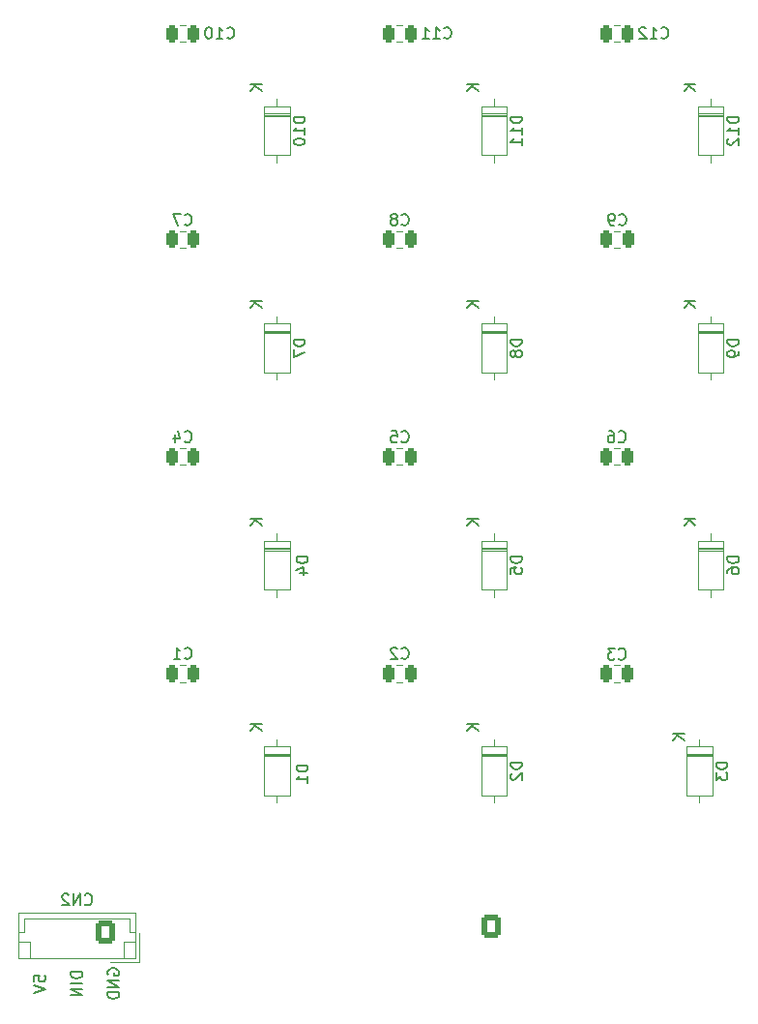
<source format=gbo>
%TF.GenerationSoftware,KiCad,Pcbnew,(6.0.1)*%
%TF.CreationDate,2022-02-13T15:50:39-08:00*%
%TF.ProjectId,keymani,6b65796d-616e-4692-9e6b-696361645f70,-*%
%TF.SameCoordinates,Original*%
%TF.FileFunction,Legend,Bot*%
%TF.FilePolarity,Positive*%
%FSLAX46Y46*%
G04 Gerber Fmt 4.6, Leading zero omitted, Abs format (unit mm)*
G04 Created by KiCad (PCBNEW (6.0.1)) date 2022-02-13 15:50:39*
%MOMM*%
%LPD*%
G01*
G04 APERTURE LIST*
G04 Aperture macros list*
%AMRoundRect*
0 Rectangle with rounded corners*
0 $1 Rounding radius*
0 $2 $3 $4 $5 $6 $7 $8 $9 X,Y pos of 4 corners*
0 Add a 4 corners polygon primitive as box body*
4,1,4,$2,$3,$4,$5,$6,$7,$8,$9,$2,$3,0*
0 Add four circle primitives for the rounded corners*
1,1,$1+$1,$2,$3*
1,1,$1+$1,$4,$5*
1,1,$1+$1,$6,$7*
1,1,$1+$1,$8,$9*
0 Add four rect primitives between the rounded corners*
20,1,$1+$1,$2,$3,$4,$5,0*
20,1,$1+$1,$4,$5,$6,$7,0*
20,1,$1+$1,$6,$7,$8,$9,0*
20,1,$1+$1,$8,$9,$2,$3,0*%
G04 Aperture macros list end*
%ADD10C,0.150000*%
%ADD11C,0.120000*%
%ADD12C,1.600000*%
%ADD13C,5.000000*%
%ADD14C,1.701800*%
%ADD15C,2.032000*%
%ADD16RoundRect,0.250000X0.600000X0.725000X-0.600000X0.725000X-0.600000X-0.725000X0.600000X-0.725000X0*%
%ADD17O,1.700000X1.950000*%
%ADD18C,3.500000*%
%ADD19R,1.600000X1.600000*%
%ADD20O,1.600000X1.600000*%
%ADD21RoundRect,0.250000X0.250000X0.475000X-0.250000X0.475000X-0.250000X-0.475000X0.250000X-0.475000X0*%
G04 APERTURE END LIST*
D10*
X121732380Y-154809523D02*
X121732380Y-154333333D01*
X122208571Y-154285714D01*
X122160952Y-154333333D01*
X122113333Y-154428571D01*
X122113333Y-154666666D01*
X122160952Y-154761904D01*
X122208571Y-154809523D01*
X122303809Y-154857142D01*
X122541904Y-154857142D01*
X122637142Y-154809523D01*
X122684761Y-154761904D01*
X122732380Y-154666666D01*
X122732380Y-154428571D01*
X122684761Y-154333333D01*
X122637142Y-154285714D01*
X121732380Y-155142857D02*
X122732380Y-155476190D01*
X121732380Y-155809523D01*
X125952380Y-153976190D02*
X124952380Y-153976190D01*
X124952380Y-154214285D01*
X125000000Y-154357142D01*
X125095238Y-154452380D01*
X125190476Y-154500000D01*
X125380952Y-154547619D01*
X125523809Y-154547619D01*
X125714285Y-154500000D01*
X125809523Y-154452380D01*
X125904761Y-154357142D01*
X125952380Y-154214285D01*
X125952380Y-153976190D01*
X125952380Y-154976190D02*
X124952380Y-154976190D01*
X125952380Y-155452380D02*
X124952380Y-155452380D01*
X125952380Y-156023809D01*
X124952380Y-156023809D01*
X128220000Y-154238095D02*
X128172380Y-154142857D01*
X128172380Y-154000000D01*
X128220000Y-153857142D01*
X128315238Y-153761904D01*
X128410476Y-153714285D01*
X128600952Y-153666666D01*
X128743809Y-153666666D01*
X128934285Y-153714285D01*
X129029523Y-153761904D01*
X129124761Y-153857142D01*
X129172380Y-154000000D01*
X129172380Y-154095238D01*
X129124761Y-154238095D01*
X129077142Y-154285714D01*
X128743809Y-154285714D01*
X128743809Y-154095238D01*
X129172380Y-154714285D02*
X128172380Y-154714285D01*
X129172380Y-155285714D01*
X128172380Y-155285714D01*
X129172380Y-155761904D02*
X128172380Y-155761904D01*
X128172380Y-156000000D01*
X128220000Y-156142857D01*
X128315238Y-156238095D01*
X128410476Y-156285714D01*
X128600952Y-156333333D01*
X128743809Y-156333333D01*
X128934285Y-156285714D01*
X129029523Y-156238095D01*
X129124761Y-156142857D01*
X129172380Y-156000000D01*
X129172380Y-155761904D01*
%TO.C,D4*%
X145702380Y-117661904D02*
X144702380Y-117661904D01*
X144702380Y-117900000D01*
X144750000Y-118042857D01*
X144845238Y-118138095D01*
X144940476Y-118185714D01*
X145130952Y-118233333D01*
X145273809Y-118233333D01*
X145464285Y-118185714D01*
X145559523Y-118138095D01*
X145654761Y-118042857D01*
X145702380Y-117900000D01*
X145702380Y-117661904D01*
X145035714Y-119090476D02*
X145702380Y-119090476D01*
X144654761Y-118852380D02*
X145369047Y-118614285D01*
X145369047Y-119233333D01*
X141652380Y-114328095D02*
X140652380Y-114328095D01*
X141652380Y-114899523D02*
X141080952Y-114470952D01*
X140652380Y-114899523D02*
X141223809Y-114328095D01*
%TO.C,D3*%
X182452380Y-135661904D02*
X181452380Y-135661904D01*
X181452380Y-135900000D01*
X181500000Y-136042857D01*
X181595238Y-136138095D01*
X181690476Y-136185714D01*
X181880952Y-136233333D01*
X182023809Y-136233333D01*
X182214285Y-136185714D01*
X182309523Y-136138095D01*
X182404761Y-136042857D01*
X182452380Y-135900000D01*
X182452380Y-135661904D01*
X181452380Y-136566666D02*
X181452380Y-137185714D01*
X181833333Y-136852380D01*
X181833333Y-136995238D01*
X181880952Y-137090476D01*
X181928571Y-137138095D01*
X182023809Y-137185714D01*
X182261904Y-137185714D01*
X182357142Y-137138095D01*
X182404761Y-137090476D01*
X182452380Y-136995238D01*
X182452380Y-136709523D01*
X182404761Y-136614285D01*
X182357142Y-136566666D01*
X178652380Y-133138095D02*
X177652380Y-133138095D01*
X178652380Y-133709523D02*
X178080952Y-133280952D01*
X177652380Y-133709523D02*
X178223809Y-133138095D01*
%TO.C,D6*%
X183452380Y-117661904D02*
X182452380Y-117661904D01*
X182452380Y-117900000D01*
X182500000Y-118042857D01*
X182595238Y-118138095D01*
X182690476Y-118185714D01*
X182880952Y-118233333D01*
X183023809Y-118233333D01*
X183214285Y-118185714D01*
X183309523Y-118138095D01*
X183404761Y-118042857D01*
X183452380Y-117900000D01*
X183452380Y-117661904D01*
X182452380Y-119090476D02*
X182452380Y-118900000D01*
X182500000Y-118804761D01*
X182547619Y-118757142D01*
X182690476Y-118661904D01*
X182880952Y-118614285D01*
X183261904Y-118614285D01*
X183357142Y-118661904D01*
X183404761Y-118709523D01*
X183452380Y-118804761D01*
X183452380Y-118995238D01*
X183404761Y-119090476D01*
X183357142Y-119138095D01*
X183261904Y-119185714D01*
X183023809Y-119185714D01*
X182928571Y-119138095D01*
X182880952Y-119090476D01*
X182833333Y-118995238D01*
X182833333Y-118804761D01*
X182880952Y-118709523D01*
X182928571Y-118661904D01*
X183023809Y-118614285D01*
X179652380Y-114328095D02*
X178652380Y-114328095D01*
X179652380Y-114899523D02*
X179080952Y-114470952D01*
X178652380Y-114899523D02*
X179223809Y-114328095D01*
%TO.C,C7*%
X134916666Y-88577142D02*
X134964285Y-88624761D01*
X135107142Y-88672380D01*
X135202380Y-88672380D01*
X135345238Y-88624761D01*
X135440476Y-88529523D01*
X135488095Y-88434285D01*
X135535714Y-88243809D01*
X135535714Y-88100952D01*
X135488095Y-87910476D01*
X135440476Y-87815238D01*
X135345238Y-87720000D01*
X135202380Y-87672380D01*
X135107142Y-87672380D01*
X134964285Y-87720000D01*
X134916666Y-87767619D01*
X134583333Y-87672380D02*
X133916666Y-87672380D01*
X134345238Y-88672380D01*
%TO.C,C1*%
X134916666Y-126507142D02*
X134964285Y-126554761D01*
X135107142Y-126602380D01*
X135202380Y-126602380D01*
X135345238Y-126554761D01*
X135440476Y-126459523D01*
X135488095Y-126364285D01*
X135535714Y-126173809D01*
X135535714Y-126030952D01*
X135488095Y-125840476D01*
X135440476Y-125745238D01*
X135345238Y-125650000D01*
X135202380Y-125602380D01*
X135107142Y-125602380D01*
X134964285Y-125650000D01*
X134916666Y-125697619D01*
X133964285Y-126602380D02*
X134535714Y-126602380D01*
X134250000Y-126602380D02*
X134250000Y-125602380D01*
X134345238Y-125745238D01*
X134440476Y-125840476D01*
X134535714Y-125888095D01*
%TO.C,C5*%
X153916666Y-107577142D02*
X153964285Y-107624761D01*
X154107142Y-107672380D01*
X154202380Y-107672380D01*
X154345238Y-107624761D01*
X154440476Y-107529523D01*
X154488095Y-107434285D01*
X154535714Y-107243809D01*
X154535714Y-107100952D01*
X154488095Y-106910476D01*
X154440476Y-106815238D01*
X154345238Y-106720000D01*
X154202380Y-106672380D01*
X154107142Y-106672380D01*
X153964285Y-106720000D01*
X153916666Y-106767619D01*
X153011904Y-106672380D02*
X153488095Y-106672380D01*
X153535714Y-107148571D01*
X153488095Y-107100952D01*
X153392857Y-107053333D01*
X153154761Y-107053333D01*
X153059523Y-107100952D01*
X153011904Y-107148571D01*
X152964285Y-107243809D01*
X152964285Y-107481904D01*
X153011904Y-107577142D01*
X153059523Y-107624761D01*
X153154761Y-107672380D01*
X153392857Y-107672380D01*
X153488095Y-107624761D01*
X153535714Y-107577142D01*
%TO.C,D12*%
X183452380Y-79185714D02*
X182452380Y-79185714D01*
X182452380Y-79423809D01*
X182500000Y-79566666D01*
X182595238Y-79661904D01*
X182690476Y-79709523D01*
X182880952Y-79757142D01*
X183023809Y-79757142D01*
X183214285Y-79709523D01*
X183309523Y-79661904D01*
X183404761Y-79566666D01*
X183452380Y-79423809D01*
X183452380Y-79185714D01*
X183452380Y-80709523D02*
X183452380Y-80138095D01*
X183452380Y-80423809D02*
X182452380Y-80423809D01*
X182595238Y-80328571D01*
X182690476Y-80233333D01*
X182738095Y-80138095D01*
X182547619Y-81090476D02*
X182500000Y-81138095D01*
X182452380Y-81233333D01*
X182452380Y-81471428D01*
X182500000Y-81566666D01*
X182547619Y-81614285D01*
X182642857Y-81661904D01*
X182738095Y-81661904D01*
X182880952Y-81614285D01*
X183452380Y-81042857D01*
X183452380Y-81661904D01*
X179652380Y-76328095D02*
X178652380Y-76328095D01*
X179652380Y-76899523D02*
X179080952Y-76470952D01*
X178652380Y-76899523D02*
X179223809Y-76328095D01*
%TO.C,C6*%
X172916666Y-107577142D02*
X172964285Y-107624761D01*
X173107142Y-107672380D01*
X173202380Y-107672380D01*
X173345238Y-107624761D01*
X173440476Y-107529523D01*
X173488095Y-107434285D01*
X173535714Y-107243809D01*
X173535714Y-107100952D01*
X173488095Y-106910476D01*
X173440476Y-106815238D01*
X173345238Y-106720000D01*
X173202380Y-106672380D01*
X173107142Y-106672380D01*
X172964285Y-106720000D01*
X172916666Y-106767619D01*
X172059523Y-106672380D02*
X172250000Y-106672380D01*
X172345238Y-106720000D01*
X172392857Y-106767619D01*
X172488095Y-106910476D01*
X172535714Y-107100952D01*
X172535714Y-107481904D01*
X172488095Y-107577142D01*
X172440476Y-107624761D01*
X172345238Y-107672380D01*
X172154761Y-107672380D01*
X172059523Y-107624761D01*
X172011904Y-107577142D01*
X171964285Y-107481904D01*
X171964285Y-107243809D01*
X172011904Y-107148571D01*
X172059523Y-107100952D01*
X172154761Y-107053333D01*
X172345238Y-107053333D01*
X172440476Y-107100952D01*
X172488095Y-107148571D01*
X172535714Y-107243809D01*
%TO.C,D7*%
X145452380Y-98661904D02*
X144452380Y-98661904D01*
X144452380Y-98900000D01*
X144500000Y-99042857D01*
X144595238Y-99138095D01*
X144690476Y-99185714D01*
X144880952Y-99233333D01*
X145023809Y-99233333D01*
X145214285Y-99185714D01*
X145309523Y-99138095D01*
X145404761Y-99042857D01*
X145452380Y-98900000D01*
X145452380Y-98661904D01*
X144452380Y-99566666D02*
X144452380Y-100233333D01*
X145452380Y-99804761D01*
X141652380Y-95328095D02*
X140652380Y-95328095D01*
X141652380Y-95899523D02*
X141080952Y-95470952D01*
X140652380Y-95899523D02*
X141223809Y-95328095D01*
%TO.C,D9*%
X183452380Y-98661904D02*
X182452380Y-98661904D01*
X182452380Y-98900000D01*
X182500000Y-99042857D01*
X182595238Y-99138095D01*
X182690476Y-99185714D01*
X182880952Y-99233333D01*
X183023809Y-99233333D01*
X183214285Y-99185714D01*
X183309523Y-99138095D01*
X183404761Y-99042857D01*
X183452380Y-98900000D01*
X183452380Y-98661904D01*
X183452380Y-99709523D02*
X183452380Y-99900000D01*
X183404761Y-99995238D01*
X183357142Y-100042857D01*
X183214285Y-100138095D01*
X183023809Y-100185714D01*
X182642857Y-100185714D01*
X182547619Y-100138095D01*
X182500000Y-100090476D01*
X182452380Y-99995238D01*
X182452380Y-99804761D01*
X182500000Y-99709523D01*
X182547619Y-99661904D01*
X182642857Y-99614285D01*
X182880952Y-99614285D01*
X182976190Y-99661904D01*
X183023809Y-99709523D01*
X183071428Y-99804761D01*
X183071428Y-99995238D01*
X183023809Y-100090476D01*
X182976190Y-100138095D01*
X182880952Y-100185714D01*
X179652380Y-95328095D02*
X178652380Y-95328095D01*
X179652380Y-95899523D02*
X179080952Y-95470952D01*
X178652380Y-95899523D02*
X179223809Y-95328095D01*
%TO.C,CN2*%
X126190476Y-148057142D02*
X126238095Y-148104761D01*
X126380952Y-148152380D01*
X126476190Y-148152380D01*
X126619047Y-148104761D01*
X126714285Y-148009523D01*
X126761904Y-147914285D01*
X126809523Y-147723809D01*
X126809523Y-147580952D01*
X126761904Y-147390476D01*
X126714285Y-147295238D01*
X126619047Y-147200000D01*
X126476190Y-147152380D01*
X126380952Y-147152380D01*
X126238095Y-147200000D01*
X126190476Y-147247619D01*
X125761904Y-148152380D02*
X125761904Y-147152380D01*
X125190476Y-148152380D01*
X125190476Y-147152380D01*
X124761904Y-147247619D02*
X124714285Y-147200000D01*
X124619047Y-147152380D01*
X124380952Y-147152380D01*
X124285714Y-147200000D01*
X124238095Y-147247619D01*
X124190476Y-147342857D01*
X124190476Y-147438095D01*
X124238095Y-147580952D01*
X124809523Y-148152380D01*
X124190476Y-148152380D01*
%TO.C,C3*%
X172916666Y-126577142D02*
X172964285Y-126624761D01*
X173107142Y-126672380D01*
X173202380Y-126672380D01*
X173345238Y-126624761D01*
X173440476Y-126529523D01*
X173488095Y-126434285D01*
X173535714Y-126243809D01*
X173535714Y-126100952D01*
X173488095Y-125910476D01*
X173440476Y-125815238D01*
X173345238Y-125720000D01*
X173202380Y-125672380D01*
X173107142Y-125672380D01*
X172964285Y-125720000D01*
X172916666Y-125767619D01*
X172583333Y-125672380D02*
X171964285Y-125672380D01*
X172297619Y-126053333D01*
X172154761Y-126053333D01*
X172059523Y-126100952D01*
X172011904Y-126148571D01*
X171964285Y-126243809D01*
X171964285Y-126481904D01*
X172011904Y-126577142D01*
X172059523Y-126624761D01*
X172154761Y-126672380D01*
X172440476Y-126672380D01*
X172535714Y-126624761D01*
X172583333Y-126577142D01*
%TO.C,D11*%
X164452380Y-79185714D02*
X163452380Y-79185714D01*
X163452380Y-79423809D01*
X163500000Y-79566666D01*
X163595238Y-79661904D01*
X163690476Y-79709523D01*
X163880952Y-79757142D01*
X164023809Y-79757142D01*
X164214285Y-79709523D01*
X164309523Y-79661904D01*
X164404761Y-79566666D01*
X164452380Y-79423809D01*
X164452380Y-79185714D01*
X164452380Y-80709523D02*
X164452380Y-80138095D01*
X164452380Y-80423809D02*
X163452380Y-80423809D01*
X163595238Y-80328571D01*
X163690476Y-80233333D01*
X163738095Y-80138095D01*
X164452380Y-81661904D02*
X164452380Y-81090476D01*
X164452380Y-81376190D02*
X163452380Y-81376190D01*
X163595238Y-81280952D01*
X163690476Y-81185714D01*
X163738095Y-81090476D01*
X160652380Y-76328095D02*
X159652380Y-76328095D01*
X160652380Y-76899523D02*
X160080952Y-76470952D01*
X159652380Y-76899523D02*
X160223809Y-76328095D01*
%TO.C,C11*%
X157642857Y-72257142D02*
X157690476Y-72304761D01*
X157833333Y-72352380D01*
X157928571Y-72352380D01*
X158071428Y-72304761D01*
X158166666Y-72209523D01*
X158214285Y-72114285D01*
X158261904Y-71923809D01*
X158261904Y-71780952D01*
X158214285Y-71590476D01*
X158166666Y-71495238D01*
X158071428Y-71400000D01*
X157928571Y-71352380D01*
X157833333Y-71352380D01*
X157690476Y-71400000D01*
X157642857Y-71447619D01*
X156690476Y-72352380D02*
X157261904Y-72352380D01*
X156976190Y-72352380D02*
X156976190Y-71352380D01*
X157071428Y-71495238D01*
X157166666Y-71590476D01*
X157261904Y-71638095D01*
X155738095Y-72352380D02*
X156309523Y-72352380D01*
X156023809Y-72352380D02*
X156023809Y-71352380D01*
X156119047Y-71495238D01*
X156214285Y-71590476D01*
X156309523Y-71638095D01*
%TO.C,C2*%
X153916666Y-126507142D02*
X153964285Y-126554761D01*
X154107142Y-126602380D01*
X154202380Y-126602380D01*
X154345238Y-126554761D01*
X154440476Y-126459523D01*
X154488095Y-126364285D01*
X154535714Y-126173809D01*
X154535714Y-126030952D01*
X154488095Y-125840476D01*
X154440476Y-125745238D01*
X154345238Y-125650000D01*
X154202380Y-125602380D01*
X154107142Y-125602380D01*
X153964285Y-125650000D01*
X153916666Y-125697619D01*
X153535714Y-125697619D02*
X153488095Y-125650000D01*
X153392857Y-125602380D01*
X153154761Y-125602380D01*
X153059523Y-125650000D01*
X153011904Y-125697619D01*
X152964285Y-125792857D01*
X152964285Y-125888095D01*
X153011904Y-126030952D01*
X153583333Y-126602380D01*
X152964285Y-126602380D01*
%TO.C,D2*%
X164452380Y-135661904D02*
X163452380Y-135661904D01*
X163452380Y-135900000D01*
X163500000Y-136042857D01*
X163595238Y-136138095D01*
X163690476Y-136185714D01*
X163880952Y-136233333D01*
X164023809Y-136233333D01*
X164214285Y-136185714D01*
X164309523Y-136138095D01*
X164404761Y-136042857D01*
X164452380Y-135900000D01*
X164452380Y-135661904D01*
X163547619Y-136614285D02*
X163500000Y-136661904D01*
X163452380Y-136757142D01*
X163452380Y-136995238D01*
X163500000Y-137090476D01*
X163547619Y-137138095D01*
X163642857Y-137185714D01*
X163738095Y-137185714D01*
X163880952Y-137138095D01*
X164452380Y-136566666D01*
X164452380Y-137185714D01*
X160652380Y-132328095D02*
X159652380Y-132328095D01*
X160652380Y-132899523D02*
X160080952Y-132470952D01*
X159652380Y-132899523D02*
X160223809Y-132328095D01*
%TO.C,C9*%
X172966666Y-88577142D02*
X173014285Y-88624761D01*
X173157142Y-88672380D01*
X173252380Y-88672380D01*
X173395238Y-88624761D01*
X173490476Y-88529523D01*
X173538095Y-88434285D01*
X173585714Y-88243809D01*
X173585714Y-88100952D01*
X173538095Y-87910476D01*
X173490476Y-87815238D01*
X173395238Y-87720000D01*
X173252380Y-87672380D01*
X173157142Y-87672380D01*
X173014285Y-87720000D01*
X172966666Y-87767619D01*
X172490476Y-88672380D02*
X172300000Y-88672380D01*
X172204761Y-88624761D01*
X172157142Y-88577142D01*
X172061904Y-88434285D01*
X172014285Y-88243809D01*
X172014285Y-87862857D01*
X172061904Y-87767619D01*
X172109523Y-87720000D01*
X172204761Y-87672380D01*
X172395238Y-87672380D01*
X172490476Y-87720000D01*
X172538095Y-87767619D01*
X172585714Y-87862857D01*
X172585714Y-88100952D01*
X172538095Y-88196190D01*
X172490476Y-88243809D01*
X172395238Y-88291428D01*
X172204761Y-88291428D01*
X172109523Y-88243809D01*
X172061904Y-88196190D01*
X172014285Y-88100952D01*
%TO.C,D10*%
X145452380Y-79185714D02*
X144452380Y-79185714D01*
X144452380Y-79423809D01*
X144500000Y-79566666D01*
X144595238Y-79661904D01*
X144690476Y-79709523D01*
X144880952Y-79757142D01*
X145023809Y-79757142D01*
X145214285Y-79709523D01*
X145309523Y-79661904D01*
X145404761Y-79566666D01*
X145452380Y-79423809D01*
X145452380Y-79185714D01*
X145452380Y-80709523D02*
X145452380Y-80138095D01*
X145452380Y-80423809D02*
X144452380Y-80423809D01*
X144595238Y-80328571D01*
X144690476Y-80233333D01*
X144738095Y-80138095D01*
X144452380Y-81328571D02*
X144452380Y-81423809D01*
X144500000Y-81519047D01*
X144547619Y-81566666D01*
X144642857Y-81614285D01*
X144833333Y-81661904D01*
X145071428Y-81661904D01*
X145261904Y-81614285D01*
X145357142Y-81566666D01*
X145404761Y-81519047D01*
X145452380Y-81423809D01*
X145452380Y-81328571D01*
X145404761Y-81233333D01*
X145357142Y-81185714D01*
X145261904Y-81138095D01*
X145071428Y-81090476D01*
X144833333Y-81090476D01*
X144642857Y-81138095D01*
X144547619Y-81185714D01*
X144500000Y-81233333D01*
X144452380Y-81328571D01*
X141652380Y-76328095D02*
X140652380Y-76328095D01*
X141652380Y-76899523D02*
X141080952Y-76470952D01*
X140652380Y-76899523D02*
X141223809Y-76328095D01*
%TO.C,C12*%
X176642857Y-72257142D02*
X176690476Y-72304761D01*
X176833333Y-72352380D01*
X176928571Y-72352380D01*
X177071428Y-72304761D01*
X177166666Y-72209523D01*
X177214285Y-72114285D01*
X177261904Y-71923809D01*
X177261904Y-71780952D01*
X177214285Y-71590476D01*
X177166666Y-71495238D01*
X177071428Y-71400000D01*
X176928571Y-71352380D01*
X176833333Y-71352380D01*
X176690476Y-71400000D01*
X176642857Y-71447619D01*
X175690476Y-72352380D02*
X176261904Y-72352380D01*
X175976190Y-72352380D02*
X175976190Y-71352380D01*
X176071428Y-71495238D01*
X176166666Y-71590476D01*
X176261904Y-71638095D01*
X175309523Y-71447619D02*
X175261904Y-71400000D01*
X175166666Y-71352380D01*
X174928571Y-71352380D01*
X174833333Y-71400000D01*
X174785714Y-71447619D01*
X174738095Y-71542857D01*
X174738095Y-71638095D01*
X174785714Y-71780952D01*
X175357142Y-72352380D01*
X174738095Y-72352380D01*
%TO.C,D1*%
X145702380Y-135911904D02*
X144702380Y-135911904D01*
X144702380Y-136150000D01*
X144750000Y-136292857D01*
X144845238Y-136388095D01*
X144940476Y-136435714D01*
X145130952Y-136483333D01*
X145273809Y-136483333D01*
X145464285Y-136435714D01*
X145559523Y-136388095D01*
X145654761Y-136292857D01*
X145702380Y-136150000D01*
X145702380Y-135911904D01*
X145702380Y-137435714D02*
X145702380Y-136864285D01*
X145702380Y-137150000D02*
X144702380Y-137150000D01*
X144845238Y-137054761D01*
X144940476Y-136959523D01*
X144988095Y-136864285D01*
X141652380Y-132328095D02*
X140652380Y-132328095D01*
X141652380Y-132899523D02*
X141080952Y-132470952D01*
X140652380Y-132899523D02*
X141223809Y-132328095D01*
%TO.C,D8*%
X164452380Y-98661904D02*
X163452380Y-98661904D01*
X163452380Y-98900000D01*
X163500000Y-99042857D01*
X163595238Y-99138095D01*
X163690476Y-99185714D01*
X163880952Y-99233333D01*
X164023809Y-99233333D01*
X164214285Y-99185714D01*
X164309523Y-99138095D01*
X164404761Y-99042857D01*
X164452380Y-98900000D01*
X164452380Y-98661904D01*
X163880952Y-99804761D02*
X163833333Y-99709523D01*
X163785714Y-99661904D01*
X163690476Y-99614285D01*
X163642857Y-99614285D01*
X163547619Y-99661904D01*
X163500000Y-99709523D01*
X163452380Y-99804761D01*
X163452380Y-99995238D01*
X163500000Y-100090476D01*
X163547619Y-100138095D01*
X163642857Y-100185714D01*
X163690476Y-100185714D01*
X163785714Y-100138095D01*
X163833333Y-100090476D01*
X163880952Y-99995238D01*
X163880952Y-99804761D01*
X163928571Y-99709523D01*
X163976190Y-99661904D01*
X164071428Y-99614285D01*
X164261904Y-99614285D01*
X164357142Y-99661904D01*
X164404761Y-99709523D01*
X164452380Y-99804761D01*
X164452380Y-99995238D01*
X164404761Y-100090476D01*
X164357142Y-100138095D01*
X164261904Y-100185714D01*
X164071428Y-100185714D01*
X163976190Y-100138095D01*
X163928571Y-100090476D01*
X163880952Y-99995238D01*
X160652380Y-95328095D02*
X159652380Y-95328095D01*
X160652380Y-95899523D02*
X160080952Y-95470952D01*
X159652380Y-95899523D02*
X160223809Y-95328095D01*
%TO.C,C8*%
X153916666Y-88577142D02*
X153964285Y-88624761D01*
X154107142Y-88672380D01*
X154202380Y-88672380D01*
X154345238Y-88624761D01*
X154440476Y-88529523D01*
X154488095Y-88434285D01*
X154535714Y-88243809D01*
X154535714Y-88100952D01*
X154488095Y-87910476D01*
X154440476Y-87815238D01*
X154345238Y-87720000D01*
X154202380Y-87672380D01*
X154107142Y-87672380D01*
X153964285Y-87720000D01*
X153916666Y-87767619D01*
X153345238Y-88100952D02*
X153440476Y-88053333D01*
X153488095Y-88005714D01*
X153535714Y-87910476D01*
X153535714Y-87862857D01*
X153488095Y-87767619D01*
X153440476Y-87720000D01*
X153345238Y-87672380D01*
X153154761Y-87672380D01*
X153059523Y-87720000D01*
X153011904Y-87767619D01*
X152964285Y-87862857D01*
X152964285Y-87910476D01*
X153011904Y-88005714D01*
X153059523Y-88053333D01*
X153154761Y-88100952D01*
X153345238Y-88100952D01*
X153440476Y-88148571D01*
X153488095Y-88196190D01*
X153535714Y-88291428D01*
X153535714Y-88481904D01*
X153488095Y-88577142D01*
X153440476Y-88624761D01*
X153345238Y-88672380D01*
X153154761Y-88672380D01*
X153059523Y-88624761D01*
X153011904Y-88577142D01*
X152964285Y-88481904D01*
X152964285Y-88291428D01*
X153011904Y-88196190D01*
X153059523Y-88148571D01*
X153154761Y-88100952D01*
%TO.C,C10*%
X138642857Y-72257142D02*
X138690476Y-72304761D01*
X138833333Y-72352380D01*
X138928571Y-72352380D01*
X139071428Y-72304761D01*
X139166666Y-72209523D01*
X139214285Y-72114285D01*
X139261904Y-71923809D01*
X139261904Y-71780952D01*
X139214285Y-71590476D01*
X139166666Y-71495238D01*
X139071428Y-71400000D01*
X138928571Y-71352380D01*
X138833333Y-71352380D01*
X138690476Y-71400000D01*
X138642857Y-71447619D01*
X137690476Y-72352380D02*
X138261904Y-72352380D01*
X137976190Y-72352380D02*
X137976190Y-71352380D01*
X138071428Y-71495238D01*
X138166666Y-71590476D01*
X138261904Y-71638095D01*
X137071428Y-71352380D02*
X136976190Y-71352380D01*
X136880952Y-71400000D01*
X136833333Y-71447619D01*
X136785714Y-71542857D01*
X136738095Y-71733333D01*
X136738095Y-71971428D01*
X136785714Y-72161904D01*
X136833333Y-72257142D01*
X136880952Y-72304761D01*
X136976190Y-72352380D01*
X137071428Y-72352380D01*
X137166666Y-72304761D01*
X137214285Y-72257142D01*
X137261904Y-72161904D01*
X137309523Y-71971428D01*
X137309523Y-71733333D01*
X137261904Y-71542857D01*
X137214285Y-71447619D01*
X137166666Y-71400000D01*
X137071428Y-71352380D01*
%TO.C,C4*%
X134916666Y-107577142D02*
X134964285Y-107624761D01*
X135107142Y-107672380D01*
X135202380Y-107672380D01*
X135345238Y-107624761D01*
X135440476Y-107529523D01*
X135488095Y-107434285D01*
X135535714Y-107243809D01*
X135535714Y-107100952D01*
X135488095Y-106910476D01*
X135440476Y-106815238D01*
X135345238Y-106720000D01*
X135202380Y-106672380D01*
X135107142Y-106672380D01*
X134964285Y-106720000D01*
X134916666Y-106767619D01*
X134059523Y-107005714D02*
X134059523Y-107672380D01*
X134297619Y-106624761D02*
X134535714Y-107339047D01*
X133916666Y-107339047D01*
%TO.C,D5*%
X164452380Y-117661904D02*
X163452380Y-117661904D01*
X163452380Y-117900000D01*
X163500000Y-118042857D01*
X163595238Y-118138095D01*
X163690476Y-118185714D01*
X163880952Y-118233333D01*
X164023809Y-118233333D01*
X164214285Y-118185714D01*
X164309523Y-118138095D01*
X164404761Y-118042857D01*
X164452380Y-117900000D01*
X164452380Y-117661904D01*
X163452380Y-119138095D02*
X163452380Y-118661904D01*
X163928571Y-118614285D01*
X163880952Y-118661904D01*
X163833333Y-118757142D01*
X163833333Y-118995238D01*
X163880952Y-119090476D01*
X163928571Y-119138095D01*
X164023809Y-119185714D01*
X164261904Y-119185714D01*
X164357142Y-119138095D01*
X164404761Y-119090476D01*
X164452380Y-118995238D01*
X164452380Y-118757142D01*
X164404761Y-118661904D01*
X164357142Y-118614285D01*
X160652380Y-114328095D02*
X159652380Y-114328095D01*
X160652380Y-114899523D02*
X160080952Y-114470952D01*
X159652380Y-114899523D02*
X160223809Y-114328095D01*
D11*
%TO.C,D4*%
X143000000Y-115630000D02*
X143000000Y-116280000D01*
X141880000Y-116880000D02*
X144120000Y-116880000D01*
X144120000Y-120520000D02*
X141880000Y-120520000D01*
X141880000Y-117000000D02*
X144120000Y-117000000D01*
X141880000Y-120520000D02*
X141880000Y-116280000D01*
X143000000Y-121170000D02*
X143000000Y-120520000D01*
X144120000Y-116280000D02*
X144120000Y-120520000D01*
X141880000Y-117120000D02*
X144120000Y-117120000D01*
X141880000Y-116280000D02*
X144120000Y-116280000D01*
%TO.C,D3*%
X178880000Y-134280000D02*
X181120000Y-134280000D01*
X178880000Y-134880000D02*
X181120000Y-134880000D01*
X181120000Y-134280000D02*
X181120000Y-138520000D01*
X180000000Y-139170000D02*
X180000000Y-138520000D01*
X181120000Y-138520000D02*
X178880000Y-138520000D01*
X178880000Y-135120000D02*
X181120000Y-135120000D01*
X178880000Y-135000000D02*
X181120000Y-135000000D01*
X178880000Y-138520000D02*
X178880000Y-134280000D01*
X180000000Y-133630000D02*
X180000000Y-134280000D01*
%TO.C,D6*%
X179880000Y-116880000D02*
X182120000Y-116880000D01*
X181000000Y-115630000D02*
X181000000Y-116280000D01*
X179880000Y-116280000D02*
X182120000Y-116280000D01*
X182120000Y-116280000D02*
X182120000Y-120520000D01*
X179880000Y-117120000D02*
X182120000Y-117120000D01*
X182120000Y-120520000D02*
X179880000Y-120520000D01*
X179880000Y-120520000D02*
X179880000Y-116280000D01*
X179880000Y-117000000D02*
X182120000Y-117000000D01*
X181000000Y-121170000D02*
X181000000Y-120520000D01*
%TO.C,C7*%
X135011252Y-90635000D02*
X134488748Y-90635000D01*
X135011252Y-89165000D02*
X134488748Y-89165000D01*
%TO.C,C1*%
X135011252Y-127165000D02*
X134488748Y-127165000D01*
X135011252Y-128635000D02*
X134488748Y-128635000D01*
%TO.C,C5*%
X154011252Y-109635000D02*
X153488748Y-109635000D01*
X154011252Y-108165000D02*
X153488748Y-108165000D01*
%TO.C,D12*%
X179880000Y-78280000D02*
X182120000Y-78280000D01*
X179880000Y-82520000D02*
X179880000Y-78280000D01*
X179880000Y-78880000D02*
X182120000Y-78880000D01*
X179880000Y-79120000D02*
X182120000Y-79120000D01*
X181000000Y-77630000D02*
X181000000Y-78280000D01*
X179880000Y-79000000D02*
X182120000Y-79000000D01*
X182120000Y-78280000D02*
X182120000Y-82520000D01*
X181000000Y-83170000D02*
X181000000Y-82520000D01*
X182120000Y-82520000D02*
X179880000Y-82520000D01*
%TO.C,C6*%
X173011252Y-109635000D02*
X172488748Y-109635000D01*
X173011252Y-108165000D02*
X172488748Y-108165000D01*
%TO.C,D7*%
X141880000Y-101520000D02*
X141880000Y-97280000D01*
X141880000Y-97880000D02*
X144120000Y-97880000D01*
X143000000Y-102170000D02*
X143000000Y-101520000D01*
X143000000Y-96630000D02*
X143000000Y-97280000D01*
X141880000Y-98120000D02*
X144120000Y-98120000D01*
X144120000Y-97280000D02*
X144120000Y-101520000D01*
X141880000Y-97280000D02*
X144120000Y-97280000D01*
X144120000Y-101520000D02*
X141880000Y-101520000D01*
X141880000Y-98000000D02*
X144120000Y-98000000D01*
%TO.C,D9*%
X179880000Y-97880000D02*
X182120000Y-97880000D01*
X181000000Y-102170000D02*
X181000000Y-101520000D01*
X179880000Y-98000000D02*
X182120000Y-98000000D01*
X182120000Y-101520000D02*
X179880000Y-101520000D01*
X182120000Y-97280000D02*
X182120000Y-101520000D01*
X181000000Y-96630000D02*
X181000000Y-97280000D01*
X179880000Y-101520000D02*
X179880000Y-97280000D01*
X179880000Y-98120000D02*
X182120000Y-98120000D01*
X179880000Y-97280000D02*
X182120000Y-97280000D01*
%TO.C,CN2*%
X130910000Y-153110000D02*
X128410000Y-153110000D01*
X130910000Y-150610000D02*
X130910000Y-153110000D01*
X130610000Y-151310000D02*
X129610000Y-151310000D01*
X120390000Y-148790000D02*
X130610000Y-148790000D01*
X129610000Y-151310000D02*
X129610000Y-152810000D01*
X120390000Y-152810000D02*
X120390000Y-148790000D01*
X130110000Y-149290000D02*
X120890000Y-149290000D01*
X130110000Y-150500000D02*
X130110000Y-149290000D01*
X120890000Y-150500000D02*
X120390000Y-150500000D01*
X121390000Y-151310000D02*
X121390000Y-152810000D01*
X130610000Y-148790000D02*
X130610000Y-152810000D01*
X130610000Y-152810000D02*
X120390000Y-152810000D01*
X120390000Y-151310000D02*
X121390000Y-151310000D01*
X130610000Y-150500000D02*
X130110000Y-150500000D01*
X120890000Y-149290000D02*
X120890000Y-150500000D01*
%TO.C,C3*%
X173011252Y-127165000D02*
X172488748Y-127165000D01*
X173011252Y-128635000D02*
X172488748Y-128635000D01*
%TO.C,D11*%
X160880000Y-82520000D02*
X160880000Y-78280000D01*
X163120000Y-78280000D02*
X163120000Y-82520000D01*
X163120000Y-82520000D02*
X160880000Y-82520000D01*
X160880000Y-78880000D02*
X163120000Y-78880000D01*
X162000000Y-83170000D02*
X162000000Y-82520000D01*
X160880000Y-79000000D02*
X163120000Y-79000000D01*
X162000000Y-77630000D02*
X162000000Y-78280000D01*
X160880000Y-79120000D02*
X163120000Y-79120000D01*
X160880000Y-78280000D02*
X163120000Y-78280000D01*
%TO.C,C11*%
X154011252Y-71165000D02*
X153488748Y-71165000D01*
X154011252Y-72635000D02*
X153488748Y-72635000D01*
%TO.C,C2*%
X154011252Y-127165000D02*
X153488748Y-127165000D01*
X154011252Y-128635000D02*
X153488748Y-128635000D01*
%TO.C,D2*%
X160880000Y-135120000D02*
X163120000Y-135120000D01*
X160880000Y-138520000D02*
X160880000Y-134280000D01*
X162000000Y-139170000D02*
X162000000Y-138520000D01*
X163120000Y-138520000D02*
X160880000Y-138520000D01*
X160880000Y-135000000D02*
X163120000Y-135000000D01*
X162000000Y-133630000D02*
X162000000Y-134280000D01*
X163120000Y-134280000D02*
X163120000Y-138520000D01*
X160880000Y-134880000D02*
X163120000Y-134880000D01*
X160880000Y-134280000D02*
X163120000Y-134280000D01*
%TO.C,C9*%
X173061252Y-89165000D02*
X172538748Y-89165000D01*
X173061252Y-90635000D02*
X172538748Y-90635000D01*
%TO.C,D10*%
X141880000Y-79000000D02*
X144120000Y-79000000D01*
X141880000Y-78880000D02*
X144120000Y-78880000D01*
X143000000Y-83170000D02*
X143000000Y-82520000D01*
X141880000Y-82520000D02*
X141880000Y-78280000D01*
X143000000Y-77630000D02*
X143000000Y-78280000D01*
X141880000Y-79120000D02*
X144120000Y-79120000D01*
X144120000Y-82520000D02*
X141880000Y-82520000D01*
X141880000Y-78280000D02*
X144120000Y-78280000D01*
X144120000Y-78280000D02*
X144120000Y-82520000D01*
%TO.C,C12*%
X173011252Y-72635000D02*
X172488748Y-72635000D01*
X173011252Y-71165000D02*
X172488748Y-71165000D01*
%TO.C,D1*%
X143000000Y-139170000D02*
X143000000Y-138520000D01*
X141880000Y-134280000D02*
X144120000Y-134280000D01*
X143000000Y-133630000D02*
X143000000Y-134280000D01*
X141880000Y-135120000D02*
X144120000Y-135120000D01*
X141880000Y-134880000D02*
X144120000Y-134880000D01*
X144120000Y-134280000D02*
X144120000Y-138520000D01*
X141880000Y-135000000D02*
X144120000Y-135000000D01*
X144120000Y-138520000D02*
X141880000Y-138520000D01*
X141880000Y-138520000D02*
X141880000Y-134280000D01*
%TO.C,D8*%
X160880000Y-98120000D02*
X163120000Y-98120000D01*
X162000000Y-102170000D02*
X162000000Y-101520000D01*
X160880000Y-101520000D02*
X160880000Y-97280000D01*
X162000000Y-96630000D02*
X162000000Y-97280000D01*
X163120000Y-101520000D02*
X160880000Y-101520000D01*
X163120000Y-97280000D02*
X163120000Y-101520000D01*
X160880000Y-97280000D02*
X163120000Y-97280000D01*
X160880000Y-97880000D02*
X163120000Y-97880000D01*
X160880000Y-98000000D02*
X163120000Y-98000000D01*
%TO.C,C8*%
X154011252Y-89165000D02*
X153488748Y-89165000D01*
X154011252Y-90635000D02*
X153488748Y-90635000D01*
%TO.C,C10*%
X135011252Y-72635000D02*
X134488748Y-72635000D01*
X135011252Y-71165000D02*
X134488748Y-71165000D01*
%TO.C,C4*%
X135011252Y-108165000D02*
X134488748Y-108165000D01*
X135011252Y-109635000D02*
X134488748Y-109635000D01*
%TO.C,D5*%
X160880000Y-116880000D02*
X163120000Y-116880000D01*
X160880000Y-116280000D02*
X163120000Y-116280000D01*
X162000000Y-115630000D02*
X162000000Y-116280000D01*
X160880000Y-120520000D02*
X160880000Y-116280000D01*
X163120000Y-116280000D02*
X163120000Y-120520000D01*
X163120000Y-120520000D02*
X160880000Y-120520000D01*
X162000000Y-121170000D02*
X162000000Y-120520000D01*
X160880000Y-117000000D02*
X163120000Y-117000000D01*
X160880000Y-117120000D02*
X163120000Y-117120000D01*
%TD*%
%LPC*%
D12*
%TO.C,SW10*%
X138950000Y-74775000D03*
D13*
X133950000Y-79925000D03*
D14*
X139450000Y-79925000D03*
X128450000Y-79925000D03*
D15*
X133950000Y-85825000D03*
X128950000Y-83725000D03*
%TD*%
D14*
%TO.C,SW5*%
X147500000Y-118025000D03*
D13*
X153000000Y-118025000D03*
D12*
X158000000Y-112875000D03*
D14*
X158500000Y-118025000D03*
D15*
X153000000Y-123925000D03*
X148000000Y-121825000D03*
%TD*%
D16*
%TO.C,CN1*%
X161750000Y-149967500D03*
D17*
X159250000Y-149967500D03*
X156750000Y-149967500D03*
X154250000Y-149967500D03*
X151750000Y-149967500D03*
X149250000Y-149967500D03*
X146750000Y-149967500D03*
X144250000Y-149967500D03*
%TD*%
D13*
%TO.C,SW8*%
X153000000Y-98975000D03*
D14*
X158500000Y-98975000D03*
D12*
X158000000Y-93825000D03*
D14*
X147500000Y-98975000D03*
D15*
X153000000Y-104875000D03*
X148000000Y-102775000D03*
%TD*%
D14*
%TO.C,SW9*%
X177550000Y-98975000D03*
D13*
X172050000Y-98975000D03*
D12*
X177050000Y-93825000D03*
D14*
X166550000Y-98975000D03*
D15*
X172050000Y-104875000D03*
X167050000Y-102775000D03*
%TD*%
D18*
%TO.C,REF2*%
X186000000Y-137000000D03*
%TD*%
D12*
%TO.C,SW12*%
X177050000Y-74775000D03*
D14*
X177550000Y-79925000D03*
X166550000Y-79925000D03*
D13*
X172050000Y-79925000D03*
D15*
X172050000Y-85825000D03*
X167050000Y-83725000D03*
%TD*%
D12*
%TO.C,SW2*%
X158000000Y-131925000D03*
D13*
X153000000Y-137075000D03*
D14*
X147500000Y-137075000D03*
X158500000Y-137075000D03*
D15*
X153000000Y-142975000D03*
X148000000Y-140875000D03*
%TD*%
D18*
%TO.C,REF1*%
X120000000Y-137000000D03*
%TD*%
D14*
%TO.C,SW1*%
X128450000Y-137075000D03*
D13*
X133950000Y-137075000D03*
D14*
X139450000Y-137075000D03*
D12*
X138950000Y-131925000D03*
D15*
X133950000Y-142975000D03*
X128950000Y-140875000D03*
%TD*%
D18*
%TO.C,REF3*%
X120000000Y-80000000D03*
%TD*%
D12*
%TO.C,SW3*%
X177050000Y-131925000D03*
D14*
X177550000Y-137075000D03*
D13*
X172050000Y-137075000D03*
D14*
X166550000Y-137075000D03*
D15*
X172050000Y-142975000D03*
X167050000Y-140875000D03*
%TD*%
D18*
%TO.C,REF4*%
X186000000Y-80000000D03*
%TD*%
D13*
%TO.C,SW6*%
X172050000Y-118025000D03*
D14*
X166550000Y-118025000D03*
X177550000Y-118025000D03*
D12*
X177050000Y-112875000D03*
D15*
X172050000Y-123925000D03*
X167050000Y-121825000D03*
%TD*%
D14*
%TO.C,SW4*%
X139450000Y-118025000D03*
D13*
X133950000Y-118025000D03*
D12*
X138950000Y-112875000D03*
D14*
X128450000Y-118025000D03*
D15*
X133950000Y-123925000D03*
X128950000Y-121825000D03*
%TD*%
D14*
%TO.C,SW11*%
X158500000Y-79925000D03*
D12*
X158000000Y-74775000D03*
D14*
X147500000Y-79925000D03*
D13*
X153000000Y-79925000D03*
D15*
X153000000Y-85825000D03*
X148000000Y-83725000D03*
%TD*%
D13*
%TO.C,SW7*%
X133950000Y-98975000D03*
D14*
X128450000Y-98975000D03*
X139450000Y-98975000D03*
D12*
X138950000Y-93825000D03*
D15*
X133950000Y-104875000D03*
X128950000Y-102775000D03*
%TD*%
D19*
%TO.C,D4*%
X143000000Y-114590000D03*
D20*
X143000000Y-122210000D03*
%TD*%
D19*
%TO.C,D3*%
X180000000Y-132590000D03*
D20*
X180000000Y-140210000D03*
%TD*%
D19*
%TO.C,D6*%
X181000000Y-114590000D03*
D20*
X181000000Y-122210000D03*
%TD*%
D21*
%TO.C,C7*%
X135700000Y-89900000D03*
X133800000Y-89900000D03*
%TD*%
%TO.C,C1*%
X135700000Y-127900000D03*
X133800000Y-127900000D03*
%TD*%
%TO.C,C5*%
X154700000Y-108900000D03*
X152800000Y-108900000D03*
%TD*%
D19*
%TO.C,D12*%
X181000000Y-76590000D03*
D20*
X181000000Y-84210000D03*
%TD*%
D21*
%TO.C,C6*%
X173700000Y-108900000D03*
X171800000Y-108900000D03*
%TD*%
D19*
%TO.C,D7*%
X143000000Y-95590000D03*
D20*
X143000000Y-103210000D03*
%TD*%
D19*
%TO.C,D9*%
X181000000Y-95590000D03*
D20*
X181000000Y-103210000D03*
%TD*%
D16*
%TO.C,CN2*%
X128000000Y-150500000D03*
D17*
X125500000Y-150500000D03*
X123000000Y-150500000D03*
%TD*%
D21*
%TO.C,C3*%
X173700000Y-127900000D03*
X171800000Y-127900000D03*
%TD*%
D19*
%TO.C,D11*%
X162000000Y-76590000D03*
D20*
X162000000Y-84210000D03*
%TD*%
D21*
%TO.C,C11*%
X154700000Y-71900000D03*
X152800000Y-71900000D03*
%TD*%
%TO.C,C2*%
X154700000Y-127900000D03*
X152800000Y-127900000D03*
%TD*%
D19*
%TO.C,D2*%
X162000000Y-132590000D03*
D20*
X162000000Y-140210000D03*
%TD*%
D21*
%TO.C,C9*%
X173750000Y-89900000D03*
X171850000Y-89900000D03*
%TD*%
D19*
%TO.C,D10*%
X143000000Y-76590000D03*
D20*
X143000000Y-84210000D03*
%TD*%
D21*
%TO.C,C12*%
X173700000Y-71900000D03*
X171800000Y-71900000D03*
%TD*%
D19*
%TO.C,D1*%
X143000000Y-132590000D03*
D20*
X143000000Y-140210000D03*
%TD*%
D19*
%TO.C,D8*%
X162000000Y-95590000D03*
D20*
X162000000Y-103210000D03*
%TD*%
D21*
%TO.C,C8*%
X154700000Y-89900000D03*
X152800000Y-89900000D03*
%TD*%
%TO.C,C10*%
X135700000Y-71900000D03*
X133800000Y-71900000D03*
%TD*%
%TO.C,C4*%
X135700000Y-108900000D03*
X133800000Y-108900000D03*
%TD*%
D19*
%TO.C,D5*%
X162000000Y-114590000D03*
D20*
X162000000Y-122210000D03*
%TD*%
M02*

</source>
